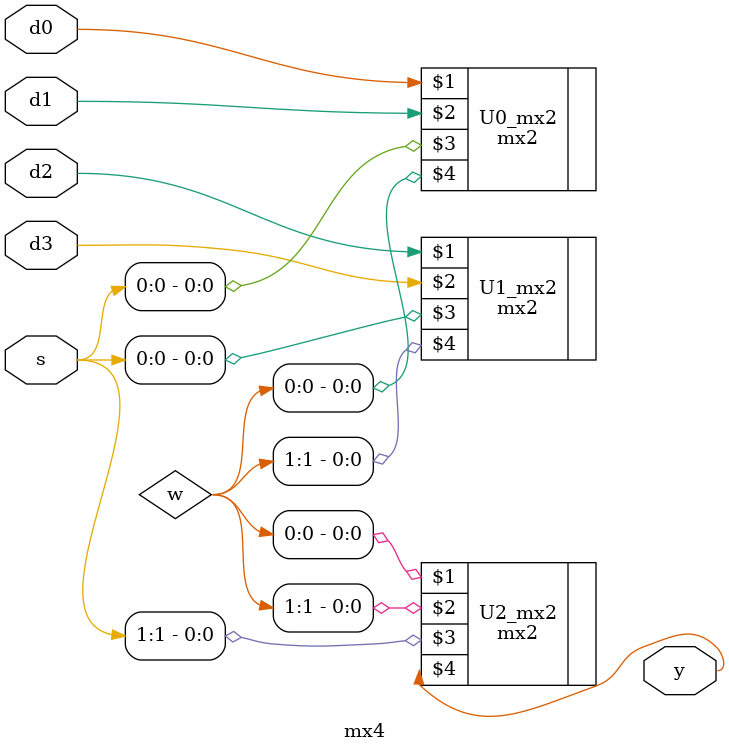
<source format=v>
module mx4(y, d0, d1, d2, d3, s);
input d0, d1, d2, d3;
input[1:0] s;
output y;

wire[1:0] w;
mx2 U0_mx2(d0, d1, s[0], w[0]);
mx2 U1_mx2(d2, d3, s[0], w[1]);
mx2 U2_mx2(w[0], w[1], s[1], y);
endmodule

</source>
